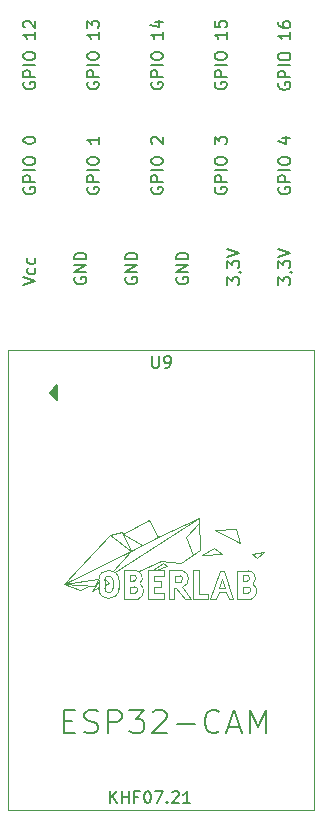
<source format=gbr>
%TF.GenerationSoftware,KiCad,Pcbnew,7.0.8*%
%TF.CreationDate,2024-06-05T08:03:03+02:00*%
%TF.ProjectId,ESP32-CAM_1,45535033-322d-4434-914d-5f312e6b6963,rev?*%
%TF.SameCoordinates,Original*%
%TF.FileFunction,Legend,Top*%
%TF.FilePolarity,Positive*%
%FSLAX46Y46*%
G04 Gerber Fmt 4.6, Leading zero omitted, Abs format (unit mm)*
G04 Created by KiCad (PCBNEW 7.0.8) date 2024-06-05 08:03:03*
%MOMM*%
%LPD*%
G01*
G04 APERTURE LIST*
%ADD10C,0.150000*%
%ADD11C,0.200000*%
%ADD12C,0.120000*%
%ADD13C,0.050000*%
G04 APERTURE END LIST*
D10*
X190952857Y-138884819D02*
X190952857Y-137884819D01*
X191524285Y-138884819D02*
X191095714Y-138313390D01*
X191524285Y-137884819D02*
X190952857Y-138456247D01*
X191952857Y-138884819D02*
X191952857Y-137884819D01*
X191952857Y-138361009D02*
X192524285Y-138361009D01*
X192524285Y-138884819D02*
X192524285Y-137884819D01*
X193333809Y-138361009D02*
X193000476Y-138361009D01*
X193000476Y-138884819D02*
X193000476Y-137884819D01*
X193000476Y-137884819D02*
X193476666Y-137884819D01*
X194048095Y-137884819D02*
X194143333Y-137884819D01*
X194143333Y-137884819D02*
X194238571Y-137932438D01*
X194238571Y-137932438D02*
X194286190Y-137980057D01*
X194286190Y-137980057D02*
X194333809Y-138075295D01*
X194333809Y-138075295D02*
X194381428Y-138265771D01*
X194381428Y-138265771D02*
X194381428Y-138503866D01*
X194381428Y-138503866D02*
X194333809Y-138694342D01*
X194333809Y-138694342D02*
X194286190Y-138789580D01*
X194286190Y-138789580D02*
X194238571Y-138837200D01*
X194238571Y-138837200D02*
X194143333Y-138884819D01*
X194143333Y-138884819D02*
X194048095Y-138884819D01*
X194048095Y-138884819D02*
X193952857Y-138837200D01*
X193952857Y-138837200D02*
X193905238Y-138789580D01*
X193905238Y-138789580D02*
X193857619Y-138694342D01*
X193857619Y-138694342D02*
X193810000Y-138503866D01*
X193810000Y-138503866D02*
X193810000Y-138265771D01*
X193810000Y-138265771D02*
X193857619Y-138075295D01*
X193857619Y-138075295D02*
X193905238Y-137980057D01*
X193905238Y-137980057D02*
X193952857Y-137932438D01*
X193952857Y-137932438D02*
X194048095Y-137884819D01*
X194714762Y-137884819D02*
X195381428Y-137884819D01*
X195381428Y-137884819D02*
X194952857Y-138884819D01*
X195762381Y-138789580D02*
X195810000Y-138837200D01*
X195810000Y-138837200D02*
X195762381Y-138884819D01*
X195762381Y-138884819D02*
X195714762Y-138837200D01*
X195714762Y-138837200D02*
X195762381Y-138789580D01*
X195762381Y-138789580D02*
X195762381Y-138884819D01*
X196190952Y-137980057D02*
X196238571Y-137932438D01*
X196238571Y-137932438D02*
X196333809Y-137884819D01*
X196333809Y-137884819D02*
X196571904Y-137884819D01*
X196571904Y-137884819D02*
X196667142Y-137932438D01*
X196667142Y-137932438D02*
X196714761Y-137980057D01*
X196714761Y-137980057D02*
X196762380Y-138075295D01*
X196762380Y-138075295D02*
X196762380Y-138170533D01*
X196762380Y-138170533D02*
X196714761Y-138313390D01*
X196714761Y-138313390D02*
X196143333Y-138884819D01*
X196143333Y-138884819D02*
X196762380Y-138884819D01*
X197714761Y-138884819D02*
X197143333Y-138884819D01*
X197429047Y-138884819D02*
X197429047Y-137884819D01*
X197429047Y-137884819D02*
X197333809Y-138027676D01*
X197333809Y-138027676D02*
X197238571Y-138122914D01*
X197238571Y-138122914D02*
X197143333Y-138170533D01*
D11*
X187056190Y-131947219D02*
X187722857Y-131947219D01*
X188008571Y-132994838D02*
X187056190Y-132994838D01*
X187056190Y-132994838D02*
X187056190Y-130994838D01*
X187056190Y-130994838D02*
X188008571Y-130994838D01*
X188770476Y-132899600D02*
X189056190Y-132994838D01*
X189056190Y-132994838D02*
X189532381Y-132994838D01*
X189532381Y-132994838D02*
X189722857Y-132899600D01*
X189722857Y-132899600D02*
X189818095Y-132804361D01*
X189818095Y-132804361D02*
X189913333Y-132613885D01*
X189913333Y-132613885D02*
X189913333Y-132423409D01*
X189913333Y-132423409D02*
X189818095Y-132232933D01*
X189818095Y-132232933D02*
X189722857Y-132137695D01*
X189722857Y-132137695D02*
X189532381Y-132042457D01*
X189532381Y-132042457D02*
X189151428Y-131947219D01*
X189151428Y-131947219D02*
X188960952Y-131851980D01*
X188960952Y-131851980D02*
X188865714Y-131756742D01*
X188865714Y-131756742D02*
X188770476Y-131566266D01*
X188770476Y-131566266D02*
X188770476Y-131375790D01*
X188770476Y-131375790D02*
X188865714Y-131185314D01*
X188865714Y-131185314D02*
X188960952Y-131090076D01*
X188960952Y-131090076D02*
X189151428Y-130994838D01*
X189151428Y-130994838D02*
X189627619Y-130994838D01*
X189627619Y-130994838D02*
X189913333Y-131090076D01*
X190770476Y-132994838D02*
X190770476Y-130994838D01*
X190770476Y-130994838D02*
X191532381Y-130994838D01*
X191532381Y-130994838D02*
X191722857Y-131090076D01*
X191722857Y-131090076D02*
X191818095Y-131185314D01*
X191818095Y-131185314D02*
X191913333Y-131375790D01*
X191913333Y-131375790D02*
X191913333Y-131661504D01*
X191913333Y-131661504D02*
X191818095Y-131851980D01*
X191818095Y-131851980D02*
X191722857Y-131947219D01*
X191722857Y-131947219D02*
X191532381Y-132042457D01*
X191532381Y-132042457D02*
X190770476Y-132042457D01*
X192580000Y-130994838D02*
X193818095Y-130994838D01*
X193818095Y-130994838D02*
X193151428Y-131756742D01*
X193151428Y-131756742D02*
X193437143Y-131756742D01*
X193437143Y-131756742D02*
X193627619Y-131851980D01*
X193627619Y-131851980D02*
X193722857Y-131947219D01*
X193722857Y-131947219D02*
X193818095Y-132137695D01*
X193818095Y-132137695D02*
X193818095Y-132613885D01*
X193818095Y-132613885D02*
X193722857Y-132804361D01*
X193722857Y-132804361D02*
X193627619Y-132899600D01*
X193627619Y-132899600D02*
X193437143Y-132994838D01*
X193437143Y-132994838D02*
X192865714Y-132994838D01*
X192865714Y-132994838D02*
X192675238Y-132899600D01*
X192675238Y-132899600D02*
X192580000Y-132804361D01*
X194580000Y-131185314D02*
X194675238Y-131090076D01*
X194675238Y-131090076D02*
X194865714Y-130994838D01*
X194865714Y-130994838D02*
X195341905Y-130994838D01*
X195341905Y-130994838D02*
X195532381Y-131090076D01*
X195532381Y-131090076D02*
X195627619Y-131185314D01*
X195627619Y-131185314D02*
X195722857Y-131375790D01*
X195722857Y-131375790D02*
X195722857Y-131566266D01*
X195722857Y-131566266D02*
X195627619Y-131851980D01*
X195627619Y-131851980D02*
X194484762Y-132994838D01*
X194484762Y-132994838D02*
X195722857Y-132994838D01*
X196580000Y-132232933D02*
X198103810Y-132232933D01*
X200199047Y-132804361D02*
X200103809Y-132899600D01*
X200103809Y-132899600D02*
X199818095Y-132994838D01*
X199818095Y-132994838D02*
X199627619Y-132994838D01*
X199627619Y-132994838D02*
X199341904Y-132899600D01*
X199341904Y-132899600D02*
X199151428Y-132709123D01*
X199151428Y-132709123D02*
X199056190Y-132518647D01*
X199056190Y-132518647D02*
X198960952Y-132137695D01*
X198960952Y-132137695D02*
X198960952Y-131851980D01*
X198960952Y-131851980D02*
X199056190Y-131471028D01*
X199056190Y-131471028D02*
X199151428Y-131280552D01*
X199151428Y-131280552D02*
X199341904Y-131090076D01*
X199341904Y-131090076D02*
X199627619Y-130994838D01*
X199627619Y-130994838D02*
X199818095Y-130994838D01*
X199818095Y-130994838D02*
X200103809Y-131090076D01*
X200103809Y-131090076D02*
X200199047Y-131185314D01*
X200960952Y-132423409D02*
X201913333Y-132423409D01*
X200770476Y-132994838D02*
X201437142Y-130994838D01*
X201437142Y-130994838D02*
X202103809Y-132994838D01*
X202770476Y-132994838D02*
X202770476Y-130994838D01*
X202770476Y-130994838D02*
X203437143Y-132423409D01*
X203437143Y-132423409D02*
X204103809Y-130994838D01*
X204103809Y-130994838D02*
X204103809Y-132994838D01*
D10*
X194508095Y-101054819D02*
X194508095Y-101864342D01*
X194508095Y-101864342D02*
X194555714Y-101959580D01*
X194555714Y-101959580D02*
X194603333Y-102007200D01*
X194603333Y-102007200D02*
X194698571Y-102054819D01*
X194698571Y-102054819D02*
X194889047Y-102054819D01*
X194889047Y-102054819D02*
X194984285Y-102007200D01*
X194984285Y-102007200D02*
X195031904Y-101959580D01*
X195031904Y-101959580D02*
X195079523Y-101864342D01*
X195079523Y-101864342D02*
X195079523Y-101054819D01*
X195603333Y-102054819D02*
X195793809Y-102054819D01*
X195793809Y-102054819D02*
X195889047Y-102007200D01*
X195889047Y-102007200D02*
X195936666Y-101959580D01*
X195936666Y-101959580D02*
X196031904Y-101816723D01*
X196031904Y-101816723D02*
X196079523Y-101626247D01*
X196079523Y-101626247D02*
X196079523Y-101245295D01*
X196079523Y-101245295D02*
X196031904Y-101150057D01*
X196031904Y-101150057D02*
X195984285Y-101102438D01*
X195984285Y-101102438D02*
X195889047Y-101054819D01*
X195889047Y-101054819D02*
X195698571Y-101054819D01*
X195698571Y-101054819D02*
X195603333Y-101102438D01*
X195603333Y-101102438D02*
X195555714Y-101150057D01*
X195555714Y-101150057D02*
X195508095Y-101245295D01*
X195508095Y-101245295D02*
X195508095Y-101483390D01*
X195508095Y-101483390D02*
X195555714Y-101578628D01*
X195555714Y-101578628D02*
X195603333Y-101626247D01*
X195603333Y-101626247D02*
X195698571Y-101673866D01*
X195698571Y-101673866D02*
X195889047Y-101673866D01*
X195889047Y-101673866D02*
X195984285Y-101626247D01*
X195984285Y-101626247D02*
X196031904Y-101578628D01*
X196031904Y-101578628D02*
X196079523Y-101483390D01*
X183604819Y-95056077D02*
X184604819Y-94722744D01*
X184604819Y-94722744D02*
X183604819Y-94389411D01*
X184557200Y-93627506D02*
X184604819Y-93722744D01*
X184604819Y-93722744D02*
X184604819Y-93913220D01*
X184604819Y-93913220D02*
X184557200Y-94008458D01*
X184557200Y-94008458D02*
X184509580Y-94056077D01*
X184509580Y-94056077D02*
X184414342Y-94103696D01*
X184414342Y-94103696D02*
X184128628Y-94103696D01*
X184128628Y-94103696D02*
X184033390Y-94056077D01*
X184033390Y-94056077D02*
X183985771Y-94008458D01*
X183985771Y-94008458D02*
X183938152Y-93913220D01*
X183938152Y-93913220D02*
X183938152Y-93722744D01*
X183938152Y-93722744D02*
X183985771Y-93627506D01*
X184557200Y-92770363D02*
X184604819Y-92865601D01*
X184604819Y-92865601D02*
X184604819Y-93056077D01*
X184604819Y-93056077D02*
X184557200Y-93151315D01*
X184557200Y-93151315D02*
X184509580Y-93198934D01*
X184509580Y-93198934D02*
X184414342Y-93246553D01*
X184414342Y-93246553D02*
X184128628Y-93246553D01*
X184128628Y-93246553D02*
X184033390Y-93198934D01*
X184033390Y-93198934D02*
X183985771Y-93151315D01*
X183985771Y-93151315D02*
X183938152Y-93056077D01*
X183938152Y-93056077D02*
X183938152Y-92865601D01*
X183938152Y-92865601D02*
X183985771Y-92770363D01*
X187970438Y-94389411D02*
X187922819Y-94484649D01*
X187922819Y-94484649D02*
X187922819Y-94627506D01*
X187922819Y-94627506D02*
X187970438Y-94770363D01*
X187970438Y-94770363D02*
X188065676Y-94865601D01*
X188065676Y-94865601D02*
X188160914Y-94913220D01*
X188160914Y-94913220D02*
X188351390Y-94960839D01*
X188351390Y-94960839D02*
X188494247Y-94960839D01*
X188494247Y-94960839D02*
X188684723Y-94913220D01*
X188684723Y-94913220D02*
X188779961Y-94865601D01*
X188779961Y-94865601D02*
X188875200Y-94770363D01*
X188875200Y-94770363D02*
X188922819Y-94627506D01*
X188922819Y-94627506D02*
X188922819Y-94532268D01*
X188922819Y-94532268D02*
X188875200Y-94389411D01*
X188875200Y-94389411D02*
X188827580Y-94341792D01*
X188827580Y-94341792D02*
X188494247Y-94341792D01*
X188494247Y-94341792D02*
X188494247Y-94532268D01*
X188922819Y-93913220D02*
X187922819Y-93913220D01*
X187922819Y-93913220D02*
X188922819Y-93341792D01*
X188922819Y-93341792D02*
X187922819Y-93341792D01*
X188922819Y-92865601D02*
X187922819Y-92865601D01*
X187922819Y-92865601D02*
X187922819Y-92627506D01*
X187922819Y-92627506D02*
X187970438Y-92484649D01*
X187970438Y-92484649D02*
X188065676Y-92389411D01*
X188065676Y-92389411D02*
X188160914Y-92341792D01*
X188160914Y-92341792D02*
X188351390Y-92294173D01*
X188351390Y-92294173D02*
X188494247Y-92294173D01*
X188494247Y-92294173D02*
X188684723Y-92341792D01*
X188684723Y-92341792D02*
X188779961Y-92389411D01*
X188779961Y-92389411D02*
X188875200Y-92484649D01*
X188875200Y-92484649D02*
X188922819Y-92627506D01*
X188922819Y-92627506D02*
X188922819Y-92865601D01*
X183652438Y-77879411D02*
X183604819Y-77974649D01*
X183604819Y-77974649D02*
X183604819Y-78117506D01*
X183604819Y-78117506D02*
X183652438Y-78260363D01*
X183652438Y-78260363D02*
X183747676Y-78355601D01*
X183747676Y-78355601D02*
X183842914Y-78403220D01*
X183842914Y-78403220D02*
X184033390Y-78450839D01*
X184033390Y-78450839D02*
X184176247Y-78450839D01*
X184176247Y-78450839D02*
X184366723Y-78403220D01*
X184366723Y-78403220D02*
X184461961Y-78355601D01*
X184461961Y-78355601D02*
X184557200Y-78260363D01*
X184557200Y-78260363D02*
X184604819Y-78117506D01*
X184604819Y-78117506D02*
X184604819Y-78022268D01*
X184604819Y-78022268D02*
X184557200Y-77879411D01*
X184557200Y-77879411D02*
X184509580Y-77831792D01*
X184509580Y-77831792D02*
X184176247Y-77831792D01*
X184176247Y-77831792D02*
X184176247Y-78022268D01*
X184604819Y-77403220D02*
X183604819Y-77403220D01*
X183604819Y-77403220D02*
X183604819Y-77022268D01*
X183604819Y-77022268D02*
X183652438Y-76927030D01*
X183652438Y-76927030D02*
X183700057Y-76879411D01*
X183700057Y-76879411D02*
X183795295Y-76831792D01*
X183795295Y-76831792D02*
X183938152Y-76831792D01*
X183938152Y-76831792D02*
X184033390Y-76879411D01*
X184033390Y-76879411D02*
X184081009Y-76927030D01*
X184081009Y-76927030D02*
X184128628Y-77022268D01*
X184128628Y-77022268D02*
X184128628Y-77403220D01*
X184604819Y-76403220D02*
X183604819Y-76403220D01*
X183604819Y-75736554D02*
X183604819Y-75546078D01*
X183604819Y-75546078D02*
X183652438Y-75450840D01*
X183652438Y-75450840D02*
X183747676Y-75355602D01*
X183747676Y-75355602D02*
X183938152Y-75307983D01*
X183938152Y-75307983D02*
X184271485Y-75307983D01*
X184271485Y-75307983D02*
X184461961Y-75355602D01*
X184461961Y-75355602D02*
X184557200Y-75450840D01*
X184557200Y-75450840D02*
X184604819Y-75546078D01*
X184604819Y-75546078D02*
X184604819Y-75736554D01*
X184604819Y-75736554D02*
X184557200Y-75831792D01*
X184557200Y-75831792D02*
X184461961Y-75927030D01*
X184461961Y-75927030D02*
X184271485Y-75974649D01*
X184271485Y-75974649D02*
X183938152Y-75974649D01*
X183938152Y-75974649D02*
X183747676Y-75927030D01*
X183747676Y-75927030D02*
X183652438Y-75831792D01*
X183652438Y-75831792D02*
X183604819Y-75736554D01*
X184604819Y-73593697D02*
X184604819Y-74165125D01*
X184604819Y-73879411D02*
X183604819Y-73879411D01*
X183604819Y-73879411D02*
X183747676Y-73974649D01*
X183747676Y-73974649D02*
X183842914Y-74069887D01*
X183842914Y-74069887D02*
X183890533Y-74165125D01*
X183700057Y-73212744D02*
X183652438Y-73165125D01*
X183652438Y-73165125D02*
X183604819Y-73069887D01*
X183604819Y-73069887D02*
X183604819Y-72831792D01*
X183604819Y-72831792D02*
X183652438Y-72736554D01*
X183652438Y-72736554D02*
X183700057Y-72688935D01*
X183700057Y-72688935D02*
X183795295Y-72641316D01*
X183795295Y-72641316D02*
X183890533Y-72641316D01*
X183890533Y-72641316D02*
X184033390Y-72688935D01*
X184033390Y-72688935D02*
X184604819Y-73260363D01*
X184604819Y-73260363D02*
X184604819Y-72641316D01*
X189049938Y-77879411D02*
X189002319Y-77974649D01*
X189002319Y-77974649D02*
X189002319Y-78117506D01*
X189002319Y-78117506D02*
X189049938Y-78260363D01*
X189049938Y-78260363D02*
X189145176Y-78355601D01*
X189145176Y-78355601D02*
X189240414Y-78403220D01*
X189240414Y-78403220D02*
X189430890Y-78450839D01*
X189430890Y-78450839D02*
X189573747Y-78450839D01*
X189573747Y-78450839D02*
X189764223Y-78403220D01*
X189764223Y-78403220D02*
X189859461Y-78355601D01*
X189859461Y-78355601D02*
X189954700Y-78260363D01*
X189954700Y-78260363D02*
X190002319Y-78117506D01*
X190002319Y-78117506D02*
X190002319Y-78022268D01*
X190002319Y-78022268D02*
X189954700Y-77879411D01*
X189954700Y-77879411D02*
X189907080Y-77831792D01*
X189907080Y-77831792D02*
X189573747Y-77831792D01*
X189573747Y-77831792D02*
X189573747Y-78022268D01*
X190002319Y-77403220D02*
X189002319Y-77403220D01*
X189002319Y-77403220D02*
X189002319Y-77022268D01*
X189002319Y-77022268D02*
X189049938Y-76927030D01*
X189049938Y-76927030D02*
X189097557Y-76879411D01*
X189097557Y-76879411D02*
X189192795Y-76831792D01*
X189192795Y-76831792D02*
X189335652Y-76831792D01*
X189335652Y-76831792D02*
X189430890Y-76879411D01*
X189430890Y-76879411D02*
X189478509Y-76927030D01*
X189478509Y-76927030D02*
X189526128Y-77022268D01*
X189526128Y-77022268D02*
X189526128Y-77403220D01*
X190002319Y-76403220D02*
X189002319Y-76403220D01*
X189002319Y-75736554D02*
X189002319Y-75546078D01*
X189002319Y-75546078D02*
X189049938Y-75450840D01*
X189049938Y-75450840D02*
X189145176Y-75355602D01*
X189145176Y-75355602D02*
X189335652Y-75307983D01*
X189335652Y-75307983D02*
X189668985Y-75307983D01*
X189668985Y-75307983D02*
X189859461Y-75355602D01*
X189859461Y-75355602D02*
X189954700Y-75450840D01*
X189954700Y-75450840D02*
X190002319Y-75546078D01*
X190002319Y-75546078D02*
X190002319Y-75736554D01*
X190002319Y-75736554D02*
X189954700Y-75831792D01*
X189954700Y-75831792D02*
X189859461Y-75927030D01*
X189859461Y-75927030D02*
X189668985Y-75974649D01*
X189668985Y-75974649D02*
X189335652Y-75974649D01*
X189335652Y-75974649D02*
X189145176Y-75927030D01*
X189145176Y-75927030D02*
X189049938Y-75831792D01*
X189049938Y-75831792D02*
X189002319Y-75736554D01*
X190002319Y-73593697D02*
X190002319Y-74165125D01*
X190002319Y-73879411D02*
X189002319Y-73879411D01*
X189002319Y-73879411D02*
X189145176Y-73974649D01*
X189145176Y-73974649D02*
X189240414Y-74069887D01*
X189240414Y-74069887D02*
X189288033Y-74165125D01*
X189002319Y-73260363D02*
X189002319Y-72641316D01*
X189002319Y-72641316D02*
X189383271Y-72974649D01*
X189383271Y-72974649D02*
X189383271Y-72831792D01*
X189383271Y-72831792D02*
X189430890Y-72736554D01*
X189430890Y-72736554D02*
X189478509Y-72688935D01*
X189478509Y-72688935D02*
X189573747Y-72641316D01*
X189573747Y-72641316D02*
X189811842Y-72641316D01*
X189811842Y-72641316D02*
X189907080Y-72688935D01*
X189907080Y-72688935D02*
X189954700Y-72736554D01*
X189954700Y-72736554D02*
X190002319Y-72831792D01*
X190002319Y-72831792D02*
X190002319Y-73117506D01*
X190002319Y-73117506D02*
X189954700Y-73212744D01*
X189954700Y-73212744D02*
X189907080Y-73260363D01*
X199844938Y-77879411D02*
X199797319Y-77974649D01*
X199797319Y-77974649D02*
X199797319Y-78117506D01*
X199797319Y-78117506D02*
X199844938Y-78260363D01*
X199844938Y-78260363D02*
X199940176Y-78355601D01*
X199940176Y-78355601D02*
X200035414Y-78403220D01*
X200035414Y-78403220D02*
X200225890Y-78450839D01*
X200225890Y-78450839D02*
X200368747Y-78450839D01*
X200368747Y-78450839D02*
X200559223Y-78403220D01*
X200559223Y-78403220D02*
X200654461Y-78355601D01*
X200654461Y-78355601D02*
X200749700Y-78260363D01*
X200749700Y-78260363D02*
X200797319Y-78117506D01*
X200797319Y-78117506D02*
X200797319Y-78022268D01*
X200797319Y-78022268D02*
X200749700Y-77879411D01*
X200749700Y-77879411D02*
X200702080Y-77831792D01*
X200702080Y-77831792D02*
X200368747Y-77831792D01*
X200368747Y-77831792D02*
X200368747Y-78022268D01*
X200797319Y-77403220D02*
X199797319Y-77403220D01*
X199797319Y-77403220D02*
X199797319Y-77022268D01*
X199797319Y-77022268D02*
X199844938Y-76927030D01*
X199844938Y-76927030D02*
X199892557Y-76879411D01*
X199892557Y-76879411D02*
X199987795Y-76831792D01*
X199987795Y-76831792D02*
X200130652Y-76831792D01*
X200130652Y-76831792D02*
X200225890Y-76879411D01*
X200225890Y-76879411D02*
X200273509Y-76927030D01*
X200273509Y-76927030D02*
X200321128Y-77022268D01*
X200321128Y-77022268D02*
X200321128Y-77403220D01*
X200797319Y-76403220D02*
X199797319Y-76403220D01*
X199797319Y-75736554D02*
X199797319Y-75546078D01*
X199797319Y-75546078D02*
X199844938Y-75450840D01*
X199844938Y-75450840D02*
X199940176Y-75355602D01*
X199940176Y-75355602D02*
X200130652Y-75307983D01*
X200130652Y-75307983D02*
X200463985Y-75307983D01*
X200463985Y-75307983D02*
X200654461Y-75355602D01*
X200654461Y-75355602D02*
X200749700Y-75450840D01*
X200749700Y-75450840D02*
X200797319Y-75546078D01*
X200797319Y-75546078D02*
X200797319Y-75736554D01*
X200797319Y-75736554D02*
X200749700Y-75831792D01*
X200749700Y-75831792D02*
X200654461Y-75927030D01*
X200654461Y-75927030D02*
X200463985Y-75974649D01*
X200463985Y-75974649D02*
X200130652Y-75974649D01*
X200130652Y-75974649D02*
X199940176Y-75927030D01*
X199940176Y-75927030D02*
X199844938Y-75831792D01*
X199844938Y-75831792D02*
X199797319Y-75736554D01*
X200797319Y-73593697D02*
X200797319Y-74165125D01*
X200797319Y-73879411D02*
X199797319Y-73879411D01*
X199797319Y-73879411D02*
X199940176Y-73974649D01*
X199940176Y-73974649D02*
X200035414Y-74069887D01*
X200035414Y-74069887D02*
X200083033Y-74165125D01*
X199797319Y-72688935D02*
X199797319Y-73165125D01*
X199797319Y-73165125D02*
X200273509Y-73212744D01*
X200273509Y-73212744D02*
X200225890Y-73165125D01*
X200225890Y-73165125D02*
X200178271Y-73069887D01*
X200178271Y-73069887D02*
X200178271Y-72831792D01*
X200178271Y-72831792D02*
X200225890Y-72736554D01*
X200225890Y-72736554D02*
X200273509Y-72688935D01*
X200273509Y-72688935D02*
X200368747Y-72641316D01*
X200368747Y-72641316D02*
X200606842Y-72641316D01*
X200606842Y-72641316D02*
X200702080Y-72688935D01*
X200702080Y-72688935D02*
X200749700Y-72736554D01*
X200749700Y-72736554D02*
X200797319Y-72831792D01*
X200797319Y-72831792D02*
X200797319Y-73069887D01*
X200797319Y-73069887D02*
X200749700Y-73165125D01*
X200749700Y-73165125D02*
X200702080Y-73212744D01*
X194447438Y-77879411D02*
X194399819Y-77974649D01*
X194399819Y-77974649D02*
X194399819Y-78117506D01*
X194399819Y-78117506D02*
X194447438Y-78260363D01*
X194447438Y-78260363D02*
X194542676Y-78355601D01*
X194542676Y-78355601D02*
X194637914Y-78403220D01*
X194637914Y-78403220D02*
X194828390Y-78450839D01*
X194828390Y-78450839D02*
X194971247Y-78450839D01*
X194971247Y-78450839D02*
X195161723Y-78403220D01*
X195161723Y-78403220D02*
X195256961Y-78355601D01*
X195256961Y-78355601D02*
X195352200Y-78260363D01*
X195352200Y-78260363D02*
X195399819Y-78117506D01*
X195399819Y-78117506D02*
X195399819Y-78022268D01*
X195399819Y-78022268D02*
X195352200Y-77879411D01*
X195352200Y-77879411D02*
X195304580Y-77831792D01*
X195304580Y-77831792D02*
X194971247Y-77831792D01*
X194971247Y-77831792D02*
X194971247Y-78022268D01*
X195399819Y-77403220D02*
X194399819Y-77403220D01*
X194399819Y-77403220D02*
X194399819Y-77022268D01*
X194399819Y-77022268D02*
X194447438Y-76927030D01*
X194447438Y-76927030D02*
X194495057Y-76879411D01*
X194495057Y-76879411D02*
X194590295Y-76831792D01*
X194590295Y-76831792D02*
X194733152Y-76831792D01*
X194733152Y-76831792D02*
X194828390Y-76879411D01*
X194828390Y-76879411D02*
X194876009Y-76927030D01*
X194876009Y-76927030D02*
X194923628Y-77022268D01*
X194923628Y-77022268D02*
X194923628Y-77403220D01*
X195399819Y-76403220D02*
X194399819Y-76403220D01*
X194399819Y-75736554D02*
X194399819Y-75546078D01*
X194399819Y-75546078D02*
X194447438Y-75450840D01*
X194447438Y-75450840D02*
X194542676Y-75355602D01*
X194542676Y-75355602D02*
X194733152Y-75307983D01*
X194733152Y-75307983D02*
X195066485Y-75307983D01*
X195066485Y-75307983D02*
X195256961Y-75355602D01*
X195256961Y-75355602D02*
X195352200Y-75450840D01*
X195352200Y-75450840D02*
X195399819Y-75546078D01*
X195399819Y-75546078D02*
X195399819Y-75736554D01*
X195399819Y-75736554D02*
X195352200Y-75831792D01*
X195352200Y-75831792D02*
X195256961Y-75927030D01*
X195256961Y-75927030D02*
X195066485Y-75974649D01*
X195066485Y-75974649D02*
X194733152Y-75974649D01*
X194733152Y-75974649D02*
X194542676Y-75927030D01*
X194542676Y-75927030D02*
X194447438Y-75831792D01*
X194447438Y-75831792D02*
X194399819Y-75736554D01*
X195399819Y-73593697D02*
X195399819Y-74165125D01*
X195399819Y-73879411D02*
X194399819Y-73879411D01*
X194399819Y-73879411D02*
X194542676Y-73974649D01*
X194542676Y-73974649D02*
X194637914Y-74069887D01*
X194637914Y-74069887D02*
X194685533Y-74165125D01*
X194733152Y-72736554D02*
X195399819Y-72736554D01*
X194352200Y-72974649D02*
X195066485Y-73212744D01*
X195066485Y-73212744D02*
X195066485Y-72593697D01*
X194447438Y-86769411D02*
X194399819Y-86864649D01*
X194399819Y-86864649D02*
X194399819Y-87007506D01*
X194399819Y-87007506D02*
X194447438Y-87150363D01*
X194447438Y-87150363D02*
X194542676Y-87245601D01*
X194542676Y-87245601D02*
X194637914Y-87293220D01*
X194637914Y-87293220D02*
X194828390Y-87340839D01*
X194828390Y-87340839D02*
X194971247Y-87340839D01*
X194971247Y-87340839D02*
X195161723Y-87293220D01*
X195161723Y-87293220D02*
X195256961Y-87245601D01*
X195256961Y-87245601D02*
X195352200Y-87150363D01*
X195352200Y-87150363D02*
X195399819Y-87007506D01*
X195399819Y-87007506D02*
X195399819Y-86912268D01*
X195399819Y-86912268D02*
X195352200Y-86769411D01*
X195352200Y-86769411D02*
X195304580Y-86721792D01*
X195304580Y-86721792D02*
X194971247Y-86721792D01*
X194971247Y-86721792D02*
X194971247Y-86912268D01*
X195399819Y-86293220D02*
X194399819Y-86293220D01*
X194399819Y-86293220D02*
X194399819Y-85912268D01*
X194399819Y-85912268D02*
X194447438Y-85817030D01*
X194447438Y-85817030D02*
X194495057Y-85769411D01*
X194495057Y-85769411D02*
X194590295Y-85721792D01*
X194590295Y-85721792D02*
X194733152Y-85721792D01*
X194733152Y-85721792D02*
X194828390Y-85769411D01*
X194828390Y-85769411D02*
X194876009Y-85817030D01*
X194876009Y-85817030D02*
X194923628Y-85912268D01*
X194923628Y-85912268D02*
X194923628Y-86293220D01*
X195399819Y-85293220D02*
X194399819Y-85293220D01*
X194399819Y-84626554D02*
X194399819Y-84436078D01*
X194399819Y-84436078D02*
X194447438Y-84340840D01*
X194447438Y-84340840D02*
X194542676Y-84245602D01*
X194542676Y-84245602D02*
X194733152Y-84197983D01*
X194733152Y-84197983D02*
X195066485Y-84197983D01*
X195066485Y-84197983D02*
X195256961Y-84245602D01*
X195256961Y-84245602D02*
X195352200Y-84340840D01*
X195352200Y-84340840D02*
X195399819Y-84436078D01*
X195399819Y-84436078D02*
X195399819Y-84626554D01*
X195399819Y-84626554D02*
X195352200Y-84721792D01*
X195352200Y-84721792D02*
X195256961Y-84817030D01*
X195256961Y-84817030D02*
X195066485Y-84864649D01*
X195066485Y-84864649D02*
X194733152Y-84864649D01*
X194733152Y-84864649D02*
X194542676Y-84817030D01*
X194542676Y-84817030D02*
X194447438Y-84721792D01*
X194447438Y-84721792D02*
X194399819Y-84626554D01*
X194495057Y-83055125D02*
X194447438Y-83007506D01*
X194447438Y-83007506D02*
X194399819Y-82912268D01*
X194399819Y-82912268D02*
X194399819Y-82674173D01*
X194399819Y-82674173D02*
X194447438Y-82578935D01*
X194447438Y-82578935D02*
X194495057Y-82531316D01*
X194495057Y-82531316D02*
X194590295Y-82483697D01*
X194590295Y-82483697D02*
X194685533Y-82483697D01*
X194685533Y-82483697D02*
X194828390Y-82531316D01*
X194828390Y-82531316D02*
X195399819Y-83102744D01*
X195399819Y-83102744D02*
X195399819Y-82483697D01*
X205242438Y-86769411D02*
X205194819Y-86864649D01*
X205194819Y-86864649D02*
X205194819Y-87007506D01*
X205194819Y-87007506D02*
X205242438Y-87150363D01*
X205242438Y-87150363D02*
X205337676Y-87245601D01*
X205337676Y-87245601D02*
X205432914Y-87293220D01*
X205432914Y-87293220D02*
X205623390Y-87340839D01*
X205623390Y-87340839D02*
X205766247Y-87340839D01*
X205766247Y-87340839D02*
X205956723Y-87293220D01*
X205956723Y-87293220D02*
X206051961Y-87245601D01*
X206051961Y-87245601D02*
X206147200Y-87150363D01*
X206147200Y-87150363D02*
X206194819Y-87007506D01*
X206194819Y-87007506D02*
X206194819Y-86912268D01*
X206194819Y-86912268D02*
X206147200Y-86769411D01*
X206147200Y-86769411D02*
X206099580Y-86721792D01*
X206099580Y-86721792D02*
X205766247Y-86721792D01*
X205766247Y-86721792D02*
X205766247Y-86912268D01*
X206194819Y-86293220D02*
X205194819Y-86293220D01*
X205194819Y-86293220D02*
X205194819Y-85912268D01*
X205194819Y-85912268D02*
X205242438Y-85817030D01*
X205242438Y-85817030D02*
X205290057Y-85769411D01*
X205290057Y-85769411D02*
X205385295Y-85721792D01*
X205385295Y-85721792D02*
X205528152Y-85721792D01*
X205528152Y-85721792D02*
X205623390Y-85769411D01*
X205623390Y-85769411D02*
X205671009Y-85817030D01*
X205671009Y-85817030D02*
X205718628Y-85912268D01*
X205718628Y-85912268D02*
X205718628Y-86293220D01*
X206194819Y-85293220D02*
X205194819Y-85293220D01*
X205194819Y-84626554D02*
X205194819Y-84436078D01*
X205194819Y-84436078D02*
X205242438Y-84340840D01*
X205242438Y-84340840D02*
X205337676Y-84245602D01*
X205337676Y-84245602D02*
X205528152Y-84197983D01*
X205528152Y-84197983D02*
X205861485Y-84197983D01*
X205861485Y-84197983D02*
X206051961Y-84245602D01*
X206051961Y-84245602D02*
X206147200Y-84340840D01*
X206147200Y-84340840D02*
X206194819Y-84436078D01*
X206194819Y-84436078D02*
X206194819Y-84626554D01*
X206194819Y-84626554D02*
X206147200Y-84721792D01*
X206147200Y-84721792D02*
X206051961Y-84817030D01*
X206051961Y-84817030D02*
X205861485Y-84864649D01*
X205861485Y-84864649D02*
X205528152Y-84864649D01*
X205528152Y-84864649D02*
X205337676Y-84817030D01*
X205337676Y-84817030D02*
X205242438Y-84721792D01*
X205242438Y-84721792D02*
X205194819Y-84626554D01*
X205528152Y-82578935D02*
X206194819Y-82578935D01*
X205147200Y-82817030D02*
X205861485Y-83055125D01*
X205861485Y-83055125D02*
X205861485Y-82436078D01*
X200876819Y-95008458D02*
X200876819Y-94389411D01*
X200876819Y-94389411D02*
X201257771Y-94722744D01*
X201257771Y-94722744D02*
X201257771Y-94579887D01*
X201257771Y-94579887D02*
X201305390Y-94484649D01*
X201305390Y-94484649D02*
X201353009Y-94437030D01*
X201353009Y-94437030D02*
X201448247Y-94389411D01*
X201448247Y-94389411D02*
X201686342Y-94389411D01*
X201686342Y-94389411D02*
X201781580Y-94437030D01*
X201781580Y-94437030D02*
X201829200Y-94484649D01*
X201829200Y-94484649D02*
X201876819Y-94579887D01*
X201876819Y-94579887D02*
X201876819Y-94865601D01*
X201876819Y-94865601D02*
X201829200Y-94960839D01*
X201829200Y-94960839D02*
X201781580Y-95008458D01*
X201829200Y-93913220D02*
X201876819Y-93913220D01*
X201876819Y-93913220D02*
X201972057Y-93960839D01*
X201972057Y-93960839D02*
X202019676Y-94008458D01*
X200876819Y-93579887D02*
X200876819Y-92960840D01*
X200876819Y-92960840D02*
X201257771Y-93294173D01*
X201257771Y-93294173D02*
X201257771Y-93151316D01*
X201257771Y-93151316D02*
X201305390Y-93056078D01*
X201305390Y-93056078D02*
X201353009Y-93008459D01*
X201353009Y-93008459D02*
X201448247Y-92960840D01*
X201448247Y-92960840D02*
X201686342Y-92960840D01*
X201686342Y-92960840D02*
X201781580Y-93008459D01*
X201781580Y-93008459D02*
X201829200Y-93056078D01*
X201829200Y-93056078D02*
X201876819Y-93151316D01*
X201876819Y-93151316D02*
X201876819Y-93437030D01*
X201876819Y-93437030D02*
X201829200Y-93532268D01*
X201829200Y-93532268D02*
X201781580Y-93579887D01*
X200876819Y-92675125D02*
X201876819Y-92341792D01*
X201876819Y-92341792D02*
X200876819Y-92008459D01*
X205242438Y-77917255D02*
X205194819Y-78012493D01*
X205194819Y-78012493D02*
X205194819Y-78155350D01*
X205194819Y-78155350D02*
X205242438Y-78298207D01*
X205242438Y-78298207D02*
X205337676Y-78393445D01*
X205337676Y-78393445D02*
X205432914Y-78441064D01*
X205432914Y-78441064D02*
X205623390Y-78488683D01*
X205623390Y-78488683D02*
X205766247Y-78488683D01*
X205766247Y-78488683D02*
X205956723Y-78441064D01*
X205956723Y-78441064D02*
X206051961Y-78393445D01*
X206051961Y-78393445D02*
X206147200Y-78298207D01*
X206147200Y-78298207D02*
X206194819Y-78155350D01*
X206194819Y-78155350D02*
X206194819Y-78060112D01*
X206194819Y-78060112D02*
X206147200Y-77917255D01*
X206147200Y-77917255D02*
X206099580Y-77869636D01*
X206099580Y-77869636D02*
X205766247Y-77869636D01*
X205766247Y-77869636D02*
X205766247Y-78060112D01*
X206194819Y-77441064D02*
X205194819Y-77441064D01*
X205194819Y-77441064D02*
X205194819Y-77060112D01*
X205194819Y-77060112D02*
X205242438Y-76964874D01*
X205242438Y-76964874D02*
X205290057Y-76917255D01*
X205290057Y-76917255D02*
X205385295Y-76869636D01*
X205385295Y-76869636D02*
X205528152Y-76869636D01*
X205528152Y-76869636D02*
X205623390Y-76917255D01*
X205623390Y-76917255D02*
X205671009Y-76964874D01*
X205671009Y-76964874D02*
X205718628Y-77060112D01*
X205718628Y-77060112D02*
X205718628Y-77441064D01*
X206194819Y-76441064D02*
X205194819Y-76441064D01*
X205194819Y-75774398D02*
X205194819Y-75583922D01*
X205194819Y-75583922D02*
X205242438Y-75488684D01*
X205242438Y-75488684D02*
X205337676Y-75393446D01*
X205337676Y-75393446D02*
X205528152Y-75345827D01*
X205528152Y-75345827D02*
X205861485Y-75345827D01*
X205861485Y-75345827D02*
X206051961Y-75393446D01*
X206051961Y-75393446D02*
X206147200Y-75488684D01*
X206147200Y-75488684D02*
X206194819Y-75583922D01*
X206194819Y-75583922D02*
X206194819Y-75774398D01*
X206194819Y-75774398D02*
X206147200Y-75869636D01*
X206147200Y-75869636D02*
X206051961Y-75964874D01*
X206051961Y-75964874D02*
X205861485Y-76012493D01*
X205861485Y-76012493D02*
X205528152Y-76012493D01*
X205528152Y-76012493D02*
X205337676Y-75964874D01*
X205337676Y-75964874D02*
X205242438Y-75869636D01*
X205242438Y-75869636D02*
X205194819Y-75774398D01*
X206194819Y-73631541D02*
X206194819Y-74202969D01*
X206194819Y-73917255D02*
X205194819Y-73917255D01*
X205194819Y-73917255D02*
X205337676Y-74012493D01*
X205337676Y-74012493D02*
X205432914Y-74107731D01*
X205432914Y-74107731D02*
X205480533Y-74202969D01*
X205194819Y-72774398D02*
X205194819Y-72964874D01*
X205194819Y-72964874D02*
X205242438Y-73060112D01*
X205242438Y-73060112D02*
X205290057Y-73107731D01*
X205290057Y-73107731D02*
X205432914Y-73202969D01*
X205432914Y-73202969D02*
X205623390Y-73250588D01*
X205623390Y-73250588D02*
X206004342Y-73250588D01*
X206004342Y-73250588D02*
X206099580Y-73202969D01*
X206099580Y-73202969D02*
X206147200Y-73155350D01*
X206147200Y-73155350D02*
X206194819Y-73060112D01*
X206194819Y-73060112D02*
X206194819Y-72869636D01*
X206194819Y-72869636D02*
X206147200Y-72774398D01*
X206147200Y-72774398D02*
X206099580Y-72726779D01*
X206099580Y-72726779D02*
X206004342Y-72679160D01*
X206004342Y-72679160D02*
X205766247Y-72679160D01*
X205766247Y-72679160D02*
X205671009Y-72726779D01*
X205671009Y-72726779D02*
X205623390Y-72774398D01*
X205623390Y-72774398D02*
X205575771Y-72869636D01*
X205575771Y-72869636D02*
X205575771Y-73060112D01*
X205575771Y-73060112D02*
X205623390Y-73155350D01*
X205623390Y-73155350D02*
X205671009Y-73202969D01*
X205671009Y-73202969D02*
X205766247Y-73250588D01*
X183652438Y-86769411D02*
X183604819Y-86864649D01*
X183604819Y-86864649D02*
X183604819Y-87007506D01*
X183604819Y-87007506D02*
X183652438Y-87150363D01*
X183652438Y-87150363D02*
X183747676Y-87245601D01*
X183747676Y-87245601D02*
X183842914Y-87293220D01*
X183842914Y-87293220D02*
X184033390Y-87340839D01*
X184033390Y-87340839D02*
X184176247Y-87340839D01*
X184176247Y-87340839D02*
X184366723Y-87293220D01*
X184366723Y-87293220D02*
X184461961Y-87245601D01*
X184461961Y-87245601D02*
X184557200Y-87150363D01*
X184557200Y-87150363D02*
X184604819Y-87007506D01*
X184604819Y-87007506D02*
X184604819Y-86912268D01*
X184604819Y-86912268D02*
X184557200Y-86769411D01*
X184557200Y-86769411D02*
X184509580Y-86721792D01*
X184509580Y-86721792D02*
X184176247Y-86721792D01*
X184176247Y-86721792D02*
X184176247Y-86912268D01*
X184604819Y-86293220D02*
X183604819Y-86293220D01*
X183604819Y-86293220D02*
X183604819Y-85912268D01*
X183604819Y-85912268D02*
X183652438Y-85817030D01*
X183652438Y-85817030D02*
X183700057Y-85769411D01*
X183700057Y-85769411D02*
X183795295Y-85721792D01*
X183795295Y-85721792D02*
X183938152Y-85721792D01*
X183938152Y-85721792D02*
X184033390Y-85769411D01*
X184033390Y-85769411D02*
X184081009Y-85817030D01*
X184081009Y-85817030D02*
X184128628Y-85912268D01*
X184128628Y-85912268D02*
X184128628Y-86293220D01*
X184604819Y-85293220D02*
X183604819Y-85293220D01*
X183604819Y-84626554D02*
X183604819Y-84436078D01*
X183604819Y-84436078D02*
X183652438Y-84340840D01*
X183652438Y-84340840D02*
X183747676Y-84245602D01*
X183747676Y-84245602D02*
X183938152Y-84197983D01*
X183938152Y-84197983D02*
X184271485Y-84197983D01*
X184271485Y-84197983D02*
X184461961Y-84245602D01*
X184461961Y-84245602D02*
X184557200Y-84340840D01*
X184557200Y-84340840D02*
X184604819Y-84436078D01*
X184604819Y-84436078D02*
X184604819Y-84626554D01*
X184604819Y-84626554D02*
X184557200Y-84721792D01*
X184557200Y-84721792D02*
X184461961Y-84817030D01*
X184461961Y-84817030D02*
X184271485Y-84864649D01*
X184271485Y-84864649D02*
X183938152Y-84864649D01*
X183938152Y-84864649D02*
X183747676Y-84817030D01*
X183747676Y-84817030D02*
X183652438Y-84721792D01*
X183652438Y-84721792D02*
X183604819Y-84626554D01*
X183604819Y-82817030D02*
X183604819Y-82721792D01*
X183604819Y-82721792D02*
X183652438Y-82626554D01*
X183652438Y-82626554D02*
X183700057Y-82578935D01*
X183700057Y-82578935D02*
X183795295Y-82531316D01*
X183795295Y-82531316D02*
X183985771Y-82483697D01*
X183985771Y-82483697D02*
X184223866Y-82483697D01*
X184223866Y-82483697D02*
X184414342Y-82531316D01*
X184414342Y-82531316D02*
X184509580Y-82578935D01*
X184509580Y-82578935D02*
X184557200Y-82626554D01*
X184557200Y-82626554D02*
X184604819Y-82721792D01*
X184604819Y-82721792D02*
X184604819Y-82817030D01*
X184604819Y-82817030D02*
X184557200Y-82912268D01*
X184557200Y-82912268D02*
X184509580Y-82959887D01*
X184509580Y-82959887D02*
X184414342Y-83007506D01*
X184414342Y-83007506D02*
X184223866Y-83055125D01*
X184223866Y-83055125D02*
X183985771Y-83055125D01*
X183985771Y-83055125D02*
X183795295Y-83007506D01*
X183795295Y-83007506D02*
X183700057Y-82959887D01*
X183700057Y-82959887D02*
X183652438Y-82912268D01*
X183652438Y-82912268D02*
X183604819Y-82817030D01*
X196606438Y-94389411D02*
X196558819Y-94484649D01*
X196558819Y-94484649D02*
X196558819Y-94627506D01*
X196558819Y-94627506D02*
X196606438Y-94770363D01*
X196606438Y-94770363D02*
X196701676Y-94865601D01*
X196701676Y-94865601D02*
X196796914Y-94913220D01*
X196796914Y-94913220D02*
X196987390Y-94960839D01*
X196987390Y-94960839D02*
X197130247Y-94960839D01*
X197130247Y-94960839D02*
X197320723Y-94913220D01*
X197320723Y-94913220D02*
X197415961Y-94865601D01*
X197415961Y-94865601D02*
X197511200Y-94770363D01*
X197511200Y-94770363D02*
X197558819Y-94627506D01*
X197558819Y-94627506D02*
X197558819Y-94532268D01*
X197558819Y-94532268D02*
X197511200Y-94389411D01*
X197511200Y-94389411D02*
X197463580Y-94341792D01*
X197463580Y-94341792D02*
X197130247Y-94341792D01*
X197130247Y-94341792D02*
X197130247Y-94532268D01*
X197558819Y-93913220D02*
X196558819Y-93913220D01*
X196558819Y-93913220D02*
X197558819Y-93341792D01*
X197558819Y-93341792D02*
X196558819Y-93341792D01*
X197558819Y-92865601D02*
X196558819Y-92865601D01*
X196558819Y-92865601D02*
X196558819Y-92627506D01*
X196558819Y-92627506D02*
X196606438Y-92484649D01*
X196606438Y-92484649D02*
X196701676Y-92389411D01*
X196701676Y-92389411D02*
X196796914Y-92341792D01*
X196796914Y-92341792D02*
X196987390Y-92294173D01*
X196987390Y-92294173D02*
X197130247Y-92294173D01*
X197130247Y-92294173D02*
X197320723Y-92341792D01*
X197320723Y-92341792D02*
X197415961Y-92389411D01*
X197415961Y-92389411D02*
X197511200Y-92484649D01*
X197511200Y-92484649D02*
X197558819Y-92627506D01*
X197558819Y-92627506D02*
X197558819Y-92865601D01*
X205194819Y-95008458D02*
X205194819Y-94389411D01*
X205194819Y-94389411D02*
X205575771Y-94722744D01*
X205575771Y-94722744D02*
X205575771Y-94579887D01*
X205575771Y-94579887D02*
X205623390Y-94484649D01*
X205623390Y-94484649D02*
X205671009Y-94437030D01*
X205671009Y-94437030D02*
X205766247Y-94389411D01*
X205766247Y-94389411D02*
X206004342Y-94389411D01*
X206004342Y-94389411D02*
X206099580Y-94437030D01*
X206099580Y-94437030D02*
X206147200Y-94484649D01*
X206147200Y-94484649D02*
X206194819Y-94579887D01*
X206194819Y-94579887D02*
X206194819Y-94865601D01*
X206194819Y-94865601D02*
X206147200Y-94960839D01*
X206147200Y-94960839D02*
X206099580Y-95008458D01*
X206147200Y-93913220D02*
X206194819Y-93913220D01*
X206194819Y-93913220D02*
X206290057Y-93960839D01*
X206290057Y-93960839D02*
X206337676Y-94008458D01*
X205194819Y-93579887D02*
X205194819Y-92960840D01*
X205194819Y-92960840D02*
X205575771Y-93294173D01*
X205575771Y-93294173D02*
X205575771Y-93151316D01*
X205575771Y-93151316D02*
X205623390Y-93056078D01*
X205623390Y-93056078D02*
X205671009Y-93008459D01*
X205671009Y-93008459D02*
X205766247Y-92960840D01*
X205766247Y-92960840D02*
X206004342Y-92960840D01*
X206004342Y-92960840D02*
X206099580Y-93008459D01*
X206099580Y-93008459D02*
X206147200Y-93056078D01*
X206147200Y-93056078D02*
X206194819Y-93151316D01*
X206194819Y-93151316D02*
X206194819Y-93437030D01*
X206194819Y-93437030D02*
X206147200Y-93532268D01*
X206147200Y-93532268D02*
X206099580Y-93579887D01*
X205194819Y-92675125D02*
X206194819Y-92341792D01*
X206194819Y-92341792D02*
X205194819Y-92008459D01*
X199844938Y-86769411D02*
X199797319Y-86864649D01*
X199797319Y-86864649D02*
X199797319Y-87007506D01*
X199797319Y-87007506D02*
X199844938Y-87150363D01*
X199844938Y-87150363D02*
X199940176Y-87245601D01*
X199940176Y-87245601D02*
X200035414Y-87293220D01*
X200035414Y-87293220D02*
X200225890Y-87340839D01*
X200225890Y-87340839D02*
X200368747Y-87340839D01*
X200368747Y-87340839D02*
X200559223Y-87293220D01*
X200559223Y-87293220D02*
X200654461Y-87245601D01*
X200654461Y-87245601D02*
X200749700Y-87150363D01*
X200749700Y-87150363D02*
X200797319Y-87007506D01*
X200797319Y-87007506D02*
X200797319Y-86912268D01*
X200797319Y-86912268D02*
X200749700Y-86769411D01*
X200749700Y-86769411D02*
X200702080Y-86721792D01*
X200702080Y-86721792D02*
X200368747Y-86721792D01*
X200368747Y-86721792D02*
X200368747Y-86912268D01*
X200797319Y-86293220D02*
X199797319Y-86293220D01*
X199797319Y-86293220D02*
X199797319Y-85912268D01*
X199797319Y-85912268D02*
X199844938Y-85817030D01*
X199844938Y-85817030D02*
X199892557Y-85769411D01*
X199892557Y-85769411D02*
X199987795Y-85721792D01*
X199987795Y-85721792D02*
X200130652Y-85721792D01*
X200130652Y-85721792D02*
X200225890Y-85769411D01*
X200225890Y-85769411D02*
X200273509Y-85817030D01*
X200273509Y-85817030D02*
X200321128Y-85912268D01*
X200321128Y-85912268D02*
X200321128Y-86293220D01*
X200797319Y-85293220D02*
X199797319Y-85293220D01*
X199797319Y-84626554D02*
X199797319Y-84436078D01*
X199797319Y-84436078D02*
X199844938Y-84340840D01*
X199844938Y-84340840D02*
X199940176Y-84245602D01*
X199940176Y-84245602D02*
X200130652Y-84197983D01*
X200130652Y-84197983D02*
X200463985Y-84197983D01*
X200463985Y-84197983D02*
X200654461Y-84245602D01*
X200654461Y-84245602D02*
X200749700Y-84340840D01*
X200749700Y-84340840D02*
X200797319Y-84436078D01*
X200797319Y-84436078D02*
X200797319Y-84626554D01*
X200797319Y-84626554D02*
X200749700Y-84721792D01*
X200749700Y-84721792D02*
X200654461Y-84817030D01*
X200654461Y-84817030D02*
X200463985Y-84864649D01*
X200463985Y-84864649D02*
X200130652Y-84864649D01*
X200130652Y-84864649D02*
X199940176Y-84817030D01*
X199940176Y-84817030D02*
X199844938Y-84721792D01*
X199844938Y-84721792D02*
X199797319Y-84626554D01*
X199797319Y-83102744D02*
X199797319Y-82483697D01*
X199797319Y-82483697D02*
X200178271Y-82817030D01*
X200178271Y-82817030D02*
X200178271Y-82674173D01*
X200178271Y-82674173D02*
X200225890Y-82578935D01*
X200225890Y-82578935D02*
X200273509Y-82531316D01*
X200273509Y-82531316D02*
X200368747Y-82483697D01*
X200368747Y-82483697D02*
X200606842Y-82483697D01*
X200606842Y-82483697D02*
X200702080Y-82531316D01*
X200702080Y-82531316D02*
X200749700Y-82578935D01*
X200749700Y-82578935D02*
X200797319Y-82674173D01*
X200797319Y-82674173D02*
X200797319Y-82959887D01*
X200797319Y-82959887D02*
X200749700Y-83055125D01*
X200749700Y-83055125D02*
X200702080Y-83102744D01*
X189049938Y-86769411D02*
X189002319Y-86864649D01*
X189002319Y-86864649D02*
X189002319Y-87007506D01*
X189002319Y-87007506D02*
X189049938Y-87150363D01*
X189049938Y-87150363D02*
X189145176Y-87245601D01*
X189145176Y-87245601D02*
X189240414Y-87293220D01*
X189240414Y-87293220D02*
X189430890Y-87340839D01*
X189430890Y-87340839D02*
X189573747Y-87340839D01*
X189573747Y-87340839D02*
X189764223Y-87293220D01*
X189764223Y-87293220D02*
X189859461Y-87245601D01*
X189859461Y-87245601D02*
X189954700Y-87150363D01*
X189954700Y-87150363D02*
X190002319Y-87007506D01*
X190002319Y-87007506D02*
X190002319Y-86912268D01*
X190002319Y-86912268D02*
X189954700Y-86769411D01*
X189954700Y-86769411D02*
X189907080Y-86721792D01*
X189907080Y-86721792D02*
X189573747Y-86721792D01*
X189573747Y-86721792D02*
X189573747Y-86912268D01*
X190002319Y-86293220D02*
X189002319Y-86293220D01*
X189002319Y-86293220D02*
X189002319Y-85912268D01*
X189002319Y-85912268D02*
X189049938Y-85817030D01*
X189049938Y-85817030D02*
X189097557Y-85769411D01*
X189097557Y-85769411D02*
X189192795Y-85721792D01*
X189192795Y-85721792D02*
X189335652Y-85721792D01*
X189335652Y-85721792D02*
X189430890Y-85769411D01*
X189430890Y-85769411D02*
X189478509Y-85817030D01*
X189478509Y-85817030D02*
X189526128Y-85912268D01*
X189526128Y-85912268D02*
X189526128Y-86293220D01*
X190002319Y-85293220D02*
X189002319Y-85293220D01*
X189002319Y-84626554D02*
X189002319Y-84436078D01*
X189002319Y-84436078D02*
X189049938Y-84340840D01*
X189049938Y-84340840D02*
X189145176Y-84245602D01*
X189145176Y-84245602D02*
X189335652Y-84197983D01*
X189335652Y-84197983D02*
X189668985Y-84197983D01*
X189668985Y-84197983D02*
X189859461Y-84245602D01*
X189859461Y-84245602D02*
X189954700Y-84340840D01*
X189954700Y-84340840D02*
X190002319Y-84436078D01*
X190002319Y-84436078D02*
X190002319Y-84626554D01*
X190002319Y-84626554D02*
X189954700Y-84721792D01*
X189954700Y-84721792D02*
X189859461Y-84817030D01*
X189859461Y-84817030D02*
X189668985Y-84864649D01*
X189668985Y-84864649D02*
X189335652Y-84864649D01*
X189335652Y-84864649D02*
X189145176Y-84817030D01*
X189145176Y-84817030D02*
X189049938Y-84721792D01*
X189049938Y-84721792D02*
X189002319Y-84626554D01*
X190002319Y-82483697D02*
X190002319Y-83055125D01*
X190002319Y-82769411D02*
X189002319Y-82769411D01*
X189002319Y-82769411D02*
X189145176Y-82864649D01*
X189145176Y-82864649D02*
X189240414Y-82959887D01*
X189240414Y-82959887D02*
X189288033Y-83055125D01*
X192288438Y-94389411D02*
X192240819Y-94484649D01*
X192240819Y-94484649D02*
X192240819Y-94627506D01*
X192240819Y-94627506D02*
X192288438Y-94770363D01*
X192288438Y-94770363D02*
X192383676Y-94865601D01*
X192383676Y-94865601D02*
X192478914Y-94913220D01*
X192478914Y-94913220D02*
X192669390Y-94960839D01*
X192669390Y-94960839D02*
X192812247Y-94960839D01*
X192812247Y-94960839D02*
X193002723Y-94913220D01*
X193002723Y-94913220D02*
X193097961Y-94865601D01*
X193097961Y-94865601D02*
X193193200Y-94770363D01*
X193193200Y-94770363D02*
X193240819Y-94627506D01*
X193240819Y-94627506D02*
X193240819Y-94532268D01*
X193240819Y-94532268D02*
X193193200Y-94389411D01*
X193193200Y-94389411D02*
X193145580Y-94341792D01*
X193145580Y-94341792D02*
X192812247Y-94341792D01*
X192812247Y-94341792D02*
X192812247Y-94532268D01*
X193240819Y-93913220D02*
X192240819Y-93913220D01*
X192240819Y-93913220D02*
X193240819Y-93341792D01*
X193240819Y-93341792D02*
X192240819Y-93341792D01*
X193240819Y-92865601D02*
X192240819Y-92865601D01*
X192240819Y-92865601D02*
X192240819Y-92627506D01*
X192240819Y-92627506D02*
X192288438Y-92484649D01*
X192288438Y-92484649D02*
X192383676Y-92389411D01*
X192383676Y-92389411D02*
X192478914Y-92341792D01*
X192478914Y-92341792D02*
X192669390Y-92294173D01*
X192669390Y-92294173D02*
X192812247Y-92294173D01*
X192812247Y-92294173D02*
X193002723Y-92341792D01*
X193002723Y-92341792D02*
X193097961Y-92389411D01*
X193097961Y-92389411D02*
X193193200Y-92484649D01*
X193193200Y-92484649D02*
X193240819Y-92627506D01*
X193240819Y-92627506D02*
X193240819Y-92865601D01*
D12*
%TO.C,U9*%
X208200000Y-100500000D02*
X208200000Y-139520000D01*
X182330000Y-100530000D02*
X182330000Y-139520000D01*
X182330000Y-139520000D02*
X208200000Y-139520000D01*
D10*
X186450000Y-104790000D02*
X185815000Y-104155000D01*
X186450000Y-103520000D01*
X186450000Y-104790000D01*
G36*
X186450000Y-104790000D02*
G01*
X185815000Y-104155000D01*
X186450000Y-103520000D01*
X186450000Y-104790000D01*
G37*
D12*
X208200000Y-100500000D02*
X182330000Y-100530000D01*
%TO.C,G\u002A\u002A\u002A*%
X191680000Y-120030000D02*
G75*
G03*
X189980000Y-120030000I-850000J0D01*
G01*
X197054999Y-120629998D02*
G75*
G03*
X197038731Y-119174595I-249999J724998D01*
G01*
X190480000Y-120730000D02*
G75*
G03*
X191180000Y-120730000I350000J0D01*
G01*
X203054999Y-120304999D02*
G75*
G03*
X202605000Y-119218605I-449999J449999D01*
G01*
X191180000Y-120030000D02*
G75*
G03*
X190480000Y-120030000I-350000J0D01*
G01*
X192930000Y-120080000D02*
G75*
G03*
X192869366Y-119587464I0J250000D01*
G01*
X193279999Y-121629999D02*
G75*
G03*
X193456256Y-120321063I-249999J699999D01*
G01*
X202654999Y-121104999D02*
G75*
G03*
X202605001Y-120600050I-49999J249999D01*
G01*
X189980000Y-120730000D02*
G75*
G03*
X191680000Y-120730000I850000J0D01*
G01*
X196929999Y-120179998D02*
G75*
G03*
X196929999Y-119630002I-124999J274998D01*
G01*
X193479999Y-120279999D02*
G75*
G03*
X193030000Y-119193605I-449999J449999D01*
G01*
X193079999Y-121079999D02*
G75*
G03*
X193030001Y-120575050I-49999J249999D01*
G01*
X202505000Y-120105000D02*
G75*
G03*
X202444366Y-119612464I0J250000D01*
G01*
X202854999Y-121654999D02*
G75*
G03*
X203031256Y-120346063I-249999J699999D01*
G01*
X201380000Y-121655000D02*
X200605000Y-119205000D01*
D13*
X192680000Y-117530000D02*
X191205000Y-119255000D01*
D12*
X198455000Y-121180000D02*
X199205000Y-121180000D01*
X195280000Y-120130000D02*
X194630000Y-120130000D01*
X197980000Y-119180000D02*
X198430000Y-119180000D01*
X189980000Y-120730000D02*
X189980000Y-120030000D01*
X199205000Y-121630000D02*
X197955000Y-121630000D01*
X197955000Y-121630000D02*
X197980000Y-119180000D01*
X192630000Y-119630000D02*
X192630000Y-120080000D01*
X194180000Y-119180000D02*
X194130000Y-121630000D01*
X194630000Y-120130000D02*
X194630000Y-119680000D01*
X194130000Y-121630000D02*
X194230000Y-121630000D01*
X200130000Y-121055000D02*
X200730000Y-121055000D01*
X199880000Y-121655000D02*
X199380000Y-121655000D01*
X198430000Y-119180000D02*
X198455000Y-121180000D01*
X191680000Y-120030000D02*
X191680000Y-120730000D01*
X195280000Y-120580000D02*
X195280000Y-120130000D01*
X200605000Y-119205000D02*
X200280000Y-119205000D01*
X200980000Y-121655000D02*
X201380000Y-121655000D01*
X202205000Y-121105000D02*
X202655000Y-121105000D01*
D13*
X201630000Y-115730000D02*
X199830000Y-115780000D01*
D12*
X196380000Y-121630000D02*
X196380000Y-120680000D01*
D13*
X200405000Y-117830000D02*
X198730000Y-117930000D01*
X195005000Y-116380000D02*
X198480000Y-114755000D01*
X192680000Y-117530000D02*
X187030000Y-120380000D01*
X188355000Y-120855000D02*
X189180000Y-120505000D01*
D12*
X192630000Y-120080000D02*
X192930000Y-120080000D01*
X195480000Y-119680000D02*
X195480000Y-119180000D01*
X192630000Y-119580000D02*
X192880000Y-119580000D01*
D13*
X194255000Y-114955000D02*
X195005000Y-116380000D01*
D12*
X194630000Y-120580000D02*
X195280000Y-120580000D01*
X196530000Y-120680000D02*
X197280000Y-121630000D01*
X200280000Y-119205000D02*
X199380000Y-121655000D01*
X200155000Y-120655000D02*
X200655000Y-120655000D01*
X195930000Y-121630000D02*
X196380000Y-121630000D01*
X195480000Y-119180000D02*
X194180000Y-119180000D01*
X200730000Y-121055000D02*
X200980000Y-121655000D01*
X194630000Y-121130000D02*
X194630000Y-120580000D01*
X197680000Y-121630000D02*
X197780000Y-121630000D01*
D13*
X197380000Y-116380000D02*
X197955000Y-117880000D01*
D12*
X200430000Y-119905000D02*
X200155000Y-120655000D01*
X201705000Y-119205000D02*
X201655000Y-121655000D01*
D13*
X198505000Y-115155000D02*
X197380000Y-116380000D01*
D12*
X194630000Y-119680000D02*
X195480000Y-119680000D01*
X199205000Y-121180000D02*
X199205000Y-121630000D01*
D13*
X201980000Y-116905000D02*
X201630000Y-115730000D01*
D12*
X200655000Y-120655000D02*
X200430000Y-119905000D01*
X202205000Y-119655000D02*
X202205000Y-120105000D01*
D13*
X191955000Y-115955000D02*
X192680000Y-117530000D01*
D12*
X190480000Y-120030000D02*
X190480000Y-120730000D01*
D13*
X190530000Y-119880000D02*
X190855000Y-120280000D01*
D12*
X202205001Y-120600050D02*
X202605001Y-120600050D01*
X202605000Y-119218605D02*
X201705000Y-119205000D01*
X195480000Y-121630000D02*
X195480000Y-121130000D01*
D13*
X190930000Y-116205000D02*
X192680000Y-117530000D01*
D12*
X191180000Y-120030000D02*
X191180000Y-120680000D01*
X192630001Y-120575050D02*
X193030001Y-120575050D01*
X193030000Y-119193605D02*
X192130000Y-119180000D01*
X196430000Y-120180000D02*
X196930000Y-120180000D01*
D13*
X199705000Y-117255000D02*
X200405000Y-117830000D01*
D12*
X196380000Y-120680000D02*
X196530000Y-120680000D01*
X192080000Y-121630000D02*
X193280000Y-121630000D01*
D13*
X202930000Y-117780000D02*
X203930000Y-117630000D01*
X195780000Y-118830000D02*
X194805000Y-119180000D01*
D12*
X194230000Y-121630000D02*
X195480000Y-121630000D01*
X197280000Y-121630000D02*
X197680000Y-121630000D01*
X195480000Y-121130000D02*
X194630000Y-121130000D01*
D13*
X199830000Y-115780000D02*
X201980000Y-116905000D01*
D12*
X202205000Y-120605000D02*
X202205000Y-121105000D01*
D13*
X189430000Y-120905000D02*
X190005000Y-120105000D01*
D12*
X196430000Y-119630000D02*
X196430000Y-120180000D01*
D13*
X191380000Y-119355000D02*
X198480000Y-114755000D01*
X190855000Y-120280000D02*
X190480000Y-120455000D01*
X198480000Y-114755000D02*
X198555000Y-117480000D01*
X198705000Y-117930000D02*
X199705000Y-117255000D01*
X189980000Y-120630000D02*
X189430000Y-120905000D01*
D12*
X202205000Y-119605000D02*
X202455000Y-119605000D01*
X201655000Y-121655000D02*
X202855000Y-121655000D01*
D13*
X195005000Y-116380000D02*
X192680000Y-117530000D01*
D12*
X197038731Y-119174594D02*
X195930000Y-119180000D01*
X202205000Y-120105000D02*
X202505000Y-120105000D01*
X197780000Y-121630000D02*
X197080000Y-120680000D01*
X199880000Y-121655000D02*
X200130000Y-121055000D01*
D13*
X190930000Y-116205000D02*
X191955000Y-115955000D01*
D12*
X192130000Y-119180000D02*
X192080000Y-121630000D01*
D13*
X195380000Y-118555000D02*
X195780000Y-118830000D01*
D12*
X192630000Y-121080000D02*
X193080000Y-121080000D01*
D13*
X187030000Y-120380000D02*
X190930000Y-116205000D01*
X196930000Y-118605000D02*
X195255000Y-118380000D01*
X194605000Y-119155000D02*
X195380000Y-118555000D01*
X189930000Y-119905000D02*
X189705000Y-120530000D01*
X187030000Y-120380000D02*
X188355000Y-120855000D01*
D12*
X195930000Y-119180000D02*
X195930000Y-121630000D01*
X196880000Y-119630000D02*
X196430000Y-119630000D01*
D13*
X187030000Y-120380000D02*
X189930000Y-119905000D01*
X194255000Y-114955000D02*
X192055000Y-116130000D01*
X195255000Y-118380000D02*
X193430000Y-119280000D01*
X189705000Y-120530000D02*
X187030000Y-120380000D01*
X192055000Y-116130000D02*
X193630000Y-117030000D01*
X203930000Y-117630000D02*
X203355000Y-118105000D01*
D12*
X192630000Y-120580000D02*
X192630000Y-121080000D01*
D13*
X203355000Y-118105000D02*
X202930000Y-117780000D01*
X198555000Y-117480000D02*
X196930000Y-118605000D01*
%TD*%
M02*

</source>
